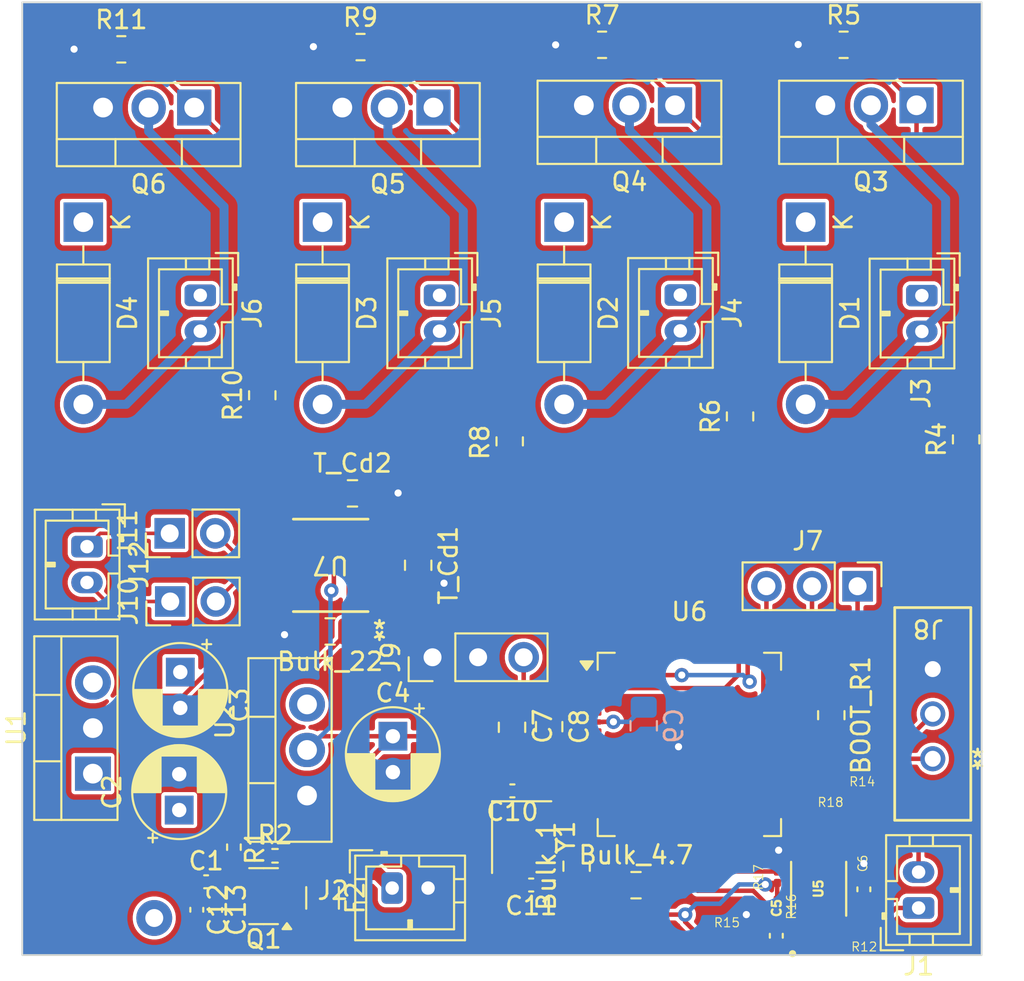
<source format=kicad_pcb>
(kicad_pcb (version 20241229) (generator "pcbnew") (generator_version "9.0")
  (layers (0 "F.Cu" signal) (4 "In1.Cu" signal) (6 "In2.Cu" signal) (2 "B.Cu" signal) (13 "F.Paste" user) (15 "B.Paste" user) (5 "F.SilkS" user "F.Silkscreen") (7 "B.SilkS" user "B.Silkscreen") (1 "F.Mask" user) (3 "B.Mask" user) (25 "Edge.Cuts" user))
  (net 0 "")
  (net 1 "GND")
  (net 2 "SLN1-")
  (net 3 "SLN2-")
  (net 4 "SLN3-")
  (net 5 "SLN4-")
  (net 6 "Net-(J8-Pin_2)")
  (net 7 "SDA")
  (net 8 "SCL")
  (net 9 "Net-(Q3-G)")
  (net 10 "Net-(Q4-G)")
  (net 11 "Net-(Q5-G)")
  (net 12 "Net-(Q6-G)")
  (net 13 "12V")
  (net 14 "S1CTRL")
  (net 15 "S2CTRL")
  (net 16 "S3CTRL")
  (net 17 "S4CTRL")
  (net 18 "RCC_OSC_IN")
  (net 21 "RCC_OSC_OUT")
  (net 26 "SCL_ext")
  (net 27 "SDA_ext")
  (net 28 "Net-(U5-EN)")
  (net 29 "Net-(U5-READY)")
  (net 30 "/SWCLK")
  (net 31 "VBAT")
  (net 32 "+12V_fuse")
  (net 33 "/SWDIO")
  (net 34 "/NRST")
  (net 53 "FDCAN_TX")
  (net 62 "USART1+")
  (net 64 "FDCAN_RX")
  (net 77 "USART1-")
  (net 78 "5V")
  (net 79 "CAN+")
  (net 80 "CAN-")
  (net 81 "3.3V")
  (net 82 "Net-(Q1-G)")
  (net 83 "Net-(Q1-S)")
  (footprint "Capacitor_SMD:C_0805_2012Metric_Pad1.18x1.45mm_HandSolder" (layer "F.Cu") (at 176.18 89.53 90)
    (property "Reference" "Bulk_1")
    (property "Value" "1uF")
  )
  (footprint "Crystal:Crystal_SMD_3225-4Pin_3.2x2.5mm" (layer "F.Cu") (at 173.1175 87.91 -90)
    (property "Reference" "Y1")
    (property "Value" "16Mhz")
  )
  (footprint "Connector_PinHeader_2.54mm:PinHeader_1x02_P2.54mm_Vertical" (layer "F.Cu") (at 153.5 70.97 90)
    (property "Reference" "J11")
    (property "Value" "Conn_01x02")
  )
  (footprint "Capacitor_SMD:C_0402_1005Metric" (layer "F.Cu") (at 156.06 91.97 -90)
    (property "Reference" "C13")
    (property "Value" "4.7u")
  )
  (footprint "Package_QFP:LQFP-64_10x10mm_P0.5mm" (layer "F.Cu") (at 182.465 82.74)
    (property "Reference" "U6")
    (property "Value" "STM32G0B1RETx")
  )
  (footprint "Connector_JST:JST_PH_B2B-PH-K_1x02_P2.00mm_Vertical" (layer "F.Cu") (at 155.205 57.696 -90)
    (property "Reference" "J6")
    (property "Value" "2X1")
  )
  (footprint "Package_TO_SOT_THT:TO-220-3_Vertical" (layer "F.Cu") (at 149.22 84.37 90)
    (property "Reference" "U1")
    (property "Value" "L7805")
  )
  (footprint "Package_TO_SOT_THT:TO-220-3_Vertical" (layer "F.Cu") (at 154.867 47.226 180)
    (property "Reference" "Q6")
    (property "Value" "FQP30N06L")
  )
  (footprint "Capacitor_SMD:C_0201_0603Metric" (layer "F.Cu") (at 187.36 91.725 90)
    (property "Reference" "R16")
    (property "Value" "10k")
  )
  (footprint "Connector_JST:JST_PH_B2B-PH-K_1x02_P2.00mm_Vertical" (layer "F.Cu") (at 195.422 57.712 -90)
    (property "Reference" "J3")
    (property "Value" "2X1")
  )
  (footprint "Resistor_SMD:R_0805_2012Metric_Pad1.20x1.40mm_HandSolder" (layer "F.Cu") (at 164.138 43.853)
    (property "Reference" "R9")
    (property "Value" "10k")
  )
  (footprint "Capacitor_SMD:C_0402_1005Metric" (layer "F.Cu") (at 155.53 90.4)
    (property "Reference" "C1")
    (property "Value" "4.7u")
  )
  (footprint "Diode_THT:D_DO-41_SOD81_P10.16mm_Horizontal" (layer "F.Cu") (at 148.686 53.616 -90)
    (property "Reference" "D4")
    (property "Value" "1N47xxA")
  )
  (footprint "Capacitor_SMD:C_0805_2012Metric_Pad1.18x1.45mm_HandSolder" (layer "F.Cu") (at 162.4413 76.44 180)
    (property "Reference" "Bulk_22")
    (property "Value" "22uF")
  )
  (footprint "Capacitor_SMD:C_0805_2012Metric_Pad1.18x1.45mm_HandSolder" (layer "F.Cu") (at 179.49 90.59)
    (property "Reference" "Bulk_4.7")
    (property "Value" "4.7uF")
  )
  (footprint "Capacitor_THT:CP_Radial_D5.0mm_P2.00mm" (layer "F.Cu") (at 165.94 82.284888 -90)
    (property "Reference" "C4")
    (property "Value" "10u")
  )
  (footprint "Diode_THT:D_DO-41_SOD81_P10.16mm_Horizontal" (layer "F.Cu") (at 175.483 53.616 -90)
    (property "Reference" "D2")
    (property "Value" "1N47xxA")
  )
  (footprint "Connector_JST:JST_PH_B2B-PH-K_1x02_P2.00mm_Vertical" (layer "F.Cu") (at 148.89 71.71 -90)
    (property "Reference" "J12")
    (property "Value" "2X1")
  )
  (footprint "Connector_JST:JST_PH_B2B-PH-K_1x02_P2.00mm_Vertical" (layer "F.Cu") (at 165.9 90.75)
    (property "Reference" "J2")
    (property "Value" "2X1")
  )
  (footprint "Resistor_SMD:R_0805_2012Metric_Pad1.20x1.40mm_HandSolder" (layer "F.Cu") (at 150.803 43.98)
    (property "Reference" "R11")
    (property "Value" "10k")
  )
  (footprint "Diode_THT:D_DO-41_SOD81_P10.16mm_Horizontal" (layer "F.Cu") (at 188.945 53.616 -90)
    (property "Reference" "D1")
    (property "Value" "1N47xxA")
  )
  (footprint "Capacitor_SMD:C_0201_0603Metric" (layer "F.Cu") (at 192.1 85.87)
    (property "Reference" "R14")
    (property "Value" "10k")
  )
  (footprint "Capacitor_SMD:C_0402_1005Metric" (layer "F.Cu") (at 187.31 93.41 -90)
    (property "Reference" "C5")
    (property "Value" "0.1u")
  )
  (footprint "Connector_PinHeader_2.54mm:PinHeader_1x03_P2.54mm_Vertical" (layer "F.Cu") (at 168.15 77.88 90)
    (property "Reference" "J9")
    (property "Value" "Conn_01x03_Pin")
  )
  (footprint "Resistor_SMD:R_0805_2012Metric_Pad1.20x1.40mm_HandSolder" (layer "F.Cu") (at 190.375 81.11 -90)
    (property "Reference" "BOOT_R1")
    (property "Value" "10k")
  )
  (footprint "Capacitor_SMD:C_0201_0603Metric" (layer "F.Cu") (at 190.335 87.02)
    (property "Reference" "R18")
    (property "Value" "10k")
  )
  (footprint "Capacitor_SMD:C_0805_2012Metric_Pad1.18x1.45mm_HandSolder" (layer "F.Cu") (at 167.35 72.75 -90)
    (property "Reference" "T_Cd1")
    (property "Value" "100nF")
  )
  (footprint "Resistor_SMD:R_0805_2012Metric_Pad1.20x1.40mm_HandSolder" (layer "F.Cu") (at 177.6 43.726)
    (property "Reference" "R7")
    (property "Value" "10k")
  )
  (footprint "Package_TO_SOT_THT:TO-220-3_Vertical" (layer "F.Cu") (at 195.126 47.099 180)
    (property "Reference" "Q3")
    (property "Value" "FQP30N06L")
  )
  (footprint "Capacitor_SMD:C_0201_0603Metric" (layer "F.Cu") (at 184.56 93.73)
    (property "Reference" "R15")
    (property "Value" "10k")
  )
  (footprint "Capacitor_SMD:C_0402_1005Metric" (layer "F.Cu") (at 192.19 90.82 -90)
    (property "Reference" "C6")
    (property "Value" "0.1u")
  )
  (footprint "Capacitor_SMD:C_0201_0603Metric" (layer "F.Cu") (at 187.37 90.145 90)
    (property "Reference" "R17")
    (property "Value" "10k")
  )
  (footprint "Connector_JST:JST_PH_B2B-PH-K_1x02_P2.00mm_Vertical" (layer "F.Cu") (at 195.24 91.86 90)
    (property "Reference" "J1")
    (property "Value" "2X1")
  )
  (footprint "Connector_PinHeader_2.54mm:PinHeader_1x03_P2.54mm_Vertical" (layer "F.Cu") (at 191.84 73.92 -90)
    (property "Reference" "J7")
    (property "Value" "Conn_01x03_Pin")
  )
  (footprint "Capacitor_SMD:C_0402_1005Metric_Pad0.74x0.62mm_HandSolder" (layer "F.Cu") (at 173.6475 90.58 180)
    (property "Reference" "C11")
    (property "Value" "10pF")
  )
  (footprint "Capacitor_SMD:C_0805_2012Metric_Pad1.18x1.45mm_HandSolder" (layer "F.Cu") (at 174.65 81.75 -90)
    (property "Reference" "C8")
    (property "Value" "100nF")
  )
  (footprint "Capacitor_SMD:C_0805_2012Metric_Pad1.18x1.45mm_HandSolder" (layer "F.Cu") (at 163.6875 68.74)
    (property "Reference" "T_Cd2")
    (property "Value" "100nF")
  )
  (footprint "Resistor_SMD:R_0805_2012Metric_Pad1.20x1.40mm_HandSolder" (layer "F.Cu") (at 197.89 65.73 90)
    (property "Reference" "R4")
    (property "Value" "330")
  )
  (footprint "Capacitor_THT:CP_Radial_D5.0mm_P2.00mm" (layer "F.Cu") (at 154.03 86.4 90)
    (property "Reference" "C2")
    (property "Value" "10u")
  )
  (footprint "Capacitor_SMD:C_0201_0603Metric" (layer "F.Cu") (at 192.25 93.27 180)
    (property "Reference" "R12")
    (property "Value" "10k")
  )
  (footprint "custom_components:SOIC8_4P9X3P9MC_MCH" (layer "F.Cu") (at 162.4738 72.755 180)
    (property "Reference" "U7")
    (property "Value" "ATA6561-GAQW-N")
  )
  (footprint "Connector_PinHeader_2.54mm:PinHeader_1x02_P2.54mm_Vertical" (layer "F.Cu") (at 153.53 74.77 90)
    (property "Reference" "J10")
    (property "Value" "Conn_01x02")
  )
  (footprint "Package_TO_SOT_THT:TO-220-3_Vertical" (layer "F.Cu") (at 168.202 47.226 180)
    (property "Reference" "Q5")
    (property "Value" "FQP30N06L")
  )
  (footprint "Diode_THT:D_DO-41_SOD81_P10.16mm_Horizontal" (layer "F.Cu") (at 162.021 53.616 -90)
    (property "Reference" "D3")
    (property "Value" "1N47xxA")
  )
  (footprint "Fuse:Fuse_1206_3216Metric" (layer "F.Cu") (at 162.02 91.3 -90)
    (property "Reference" "F2")
    (property "Value" "10A")
  )
  (footprint "Package_TO_SOT_SMD:SOT-23-3" (layer "F.Cu") (at 158.7325 91.2 180)
    (property "Reference" "Q1")
    (property "Value" "NTR0202PLT1G")
  )
  (footprint "Resistor_SMD:R_0402_1005Metric" (layer "F.Cu") (at 159.37 88.95)
    (property "Reference" "R2")
    (property "Value" "100")
  )
  (footprint "Connector_JST:JST_PH_B2B-PH-K_1x02_P2.00mm_Vertical" (layer "F.Cu") (at 181.96 57.68 -90)
    (property "Reference" "J4")
    (property "Value" "2X1")
  )
  (footprint "Resistor_SMD:R_0805_2012Metric_Pad1.20x1.40mm_HandSolder" (layer "F.Cu") (at 172.45 65.84 90)
    (property "Reference" "R8")
    (property "Value" "330")
  )
  (footprint "Resistor_SMD:R_0805_2012Metric_Pad1.20x1.40mm_HandSolder" (layer "F.Cu") (at 158.66 63.27 90)
    (property "Reference" "R10")
    (property "Value" "330")
  )
  (footprint "Capacitor_SMD:C_0402_1005Metric_Pad0.74x0.62mm_HandSolder" (layer "F.Cu") (at 172.6 85.33 180)
    (property "Reference" "C10")
    (property "Value" "10pF")
  )
  (footprint "TCA4307:SOP65P490X110-8N" (layer "F.Cu") (at 189.67 90.79 90)
    (property "Reference" "U5")
    (property "Value" "TCA4307")
  )
  (footprint "Capacitor_SMD:C_0805_2012Metric_Pad1.18x1.45mm_HandSolder" (layer "F.Cu") (at 172.58 81.785 -90)
    (property "Reference" "C7")
    (property "Value" "100nF")
  )
  (footprint "Connector_JST:JST_PH_B2B-PH-K_1x02_P2.00mm_Vertical" (layer "F.Cu") (at 168.54 57.696 -90)
    (property "Reference" "J5")
    (property "Value" "2X1")
  )
  (footprint "Resistor_SMD:R_0402_1005Metric" (layer "F.Cu") (at 157.08 88.47 -90)
    (property "Reference" "R1")
    (property "Value" "47k")
  )
  (footprint "Capacitor_THT:CP_Radial_D5.0mm_P2.00mm" (layer "F.Cu") (at 154.09 78.704888 -90)
    (property "Reference" "C3")
    (property "Value" "10u")
  )
  (footprint "Resistor_SMD:R_0805_2012Metric_Pad1.20x1.40mm_HandSolder" (layer "F.Cu") (at 191.062 43.726)
    (property "Reference" "R5")
    (property "Value" "10k")
  )
  (footprint "Package_TO_SOT_THT:TO-220-3_Vertical" (layer "F.Cu") (at 181.664 47.099 180)
    (property "Reference" "Q4")
    (property "Value" "FQP30N06L")
  )
  (footprint "Capacitor_SMD:C_0402_1005Metric" (layer "F.Cu") (at 155.01 91.96 -90)
    (property "Reference" "C12")
    (property "Value" "4.7u")
  )
  (footprint "custom_components:slide_switch_EGER1218_Thruster" (layer "F.Cu") (at 196.03 83.54 180)
    (property "Reference" "J8")
    (property "Value" "Conn_01x03")
  )
  (footprint "Resistor_SMD:R_0805_2012Metric_Pad1.20x1.40mm_HandSolder" (layer "F.Cu") (at 185.29 64.45 90)
    (property "Reference" "R6")
    (property "Value" "330")
  )
  (footprint "Package_TO_SOT_THT:TO-220-3_Vertical" (layer "F.Cu") (at 161.155 85.59 90)
    (property "Reference" "U2")
    (property "Value" "LD1117V33")
  )
  (footprint "Capacitor_SMD:C_0805_2012Metric_Pad1.18x1.45mm_HandSolder" (layer "B.Cu") (at 179.92 81.7 90)
    (property "Reference" "C9")
    (property "Value" "100nF")
  )
  (gr_rect (start 145.283113 41.359887) (end 198.750113 94.484887) (stroke (width 0.1)) (fill no) (layer "Edge.Cuts"))
  (segment (start 165.94 84.284888) (end 170.377388 84.284888) (width 0.25) (layer "F.Cu") (net 1))
  (segment (start 186.61 92.23) (end 185.64 92.23) (width 0.25) (layer "F.Cu") (net 1))
  (segment (start 174.615 82.8225) (end 174.65 82.7875) (width 0.25) (layer "F.Cu") (net 1))
  (segment (start 176.6 43.726) (end 176.584 43.742) (width 0.25) (layer "F.Cu") (net 1))
  (segment (start 165.94 84.284888) (end 170.665112 89.01) (width 0.25) (layer "F.Cu") (net 1))
  (segment (start 160.01 75.0462) (end 161.4038 76.44) (width 0.25) (layer "F.Cu") (net 1))
  (segment (start 168.7525 73.7875) (end 168.79 73.75) (width 0.25) (layer "F.Cu") (net 1))
  (segment (start 173.716 91.216) (end 173.08 90.58) (width 0.25) (layer "F.Cu") (net 1))
  (segment (start 172.2675 88.2225) (end 174.1 86.39) (width 0.25) (layer "F.Cu") (net 1))
  (segment (start 190.046 43.742) (end 190.046 47.099) (width 0.25) (layer "F.Cu") (net 1))
  (segment (start 176.18 90.5675) (end 175.5315 91.216) (width 0.25) (layer "F.Cu") (net 1))
  (segment (start 170.665112 89.01) (end 172.2675 89.01) (width 0.25) (layer "F.Cu") (net 1))
  (segment (start 192.19 89.38) (end 192.19 90.34) (width 0.25) (layer "F.Cu") (net 1))
  (segment (start 172.2675 89.01) (end 172.2675 88.2225) (width 0.25) (layer "F.Cu") (net 1))
  (segment (start 188.546 43.726) (end 188.53 43.71) (width 0.25) (layer "F.Cu") (net 1))
  (segment (start 163.138 43.853) (end 163.122 43.869) (width 0.25) (layer "F.Cu") (net 1))
  (segment (start 172.2675 89.7675) (end 172.2675 89.01) (width 0.25) (layer "F.Cu") (net 1))
  (segment (start 163.138 43.853) (end 161.533 43.853) (width 0.25) (layer "F.Cu") (net 1))
  (segment (start 174.65 82.7875) (end 174.8525 82.99) (width 0.25) (layer "F.Cu") (net 1))
  (segment (start 161.4038 76.44) (end 160.08 76.44) (width 0.25) (layer "F.Cu") (net 1))
  (segment (start 166.21 68.74) (end 166.23 68.72) (width 0.25) (layer "F.Cu") (net 1))
  (segment (start 160.01 74.66) (end 160.01 75.0462) (width 0.25) (layer "F.Cu") (net 1))
  (segment (start 176.6 43.726) (end 175.014 43.726) (width 0.25) (layer "F.Cu") (net 1))
  (segment (start 149.787 43.996) (end 149.787 47.226) (width 0.25) (layer "F.Cu") (net 1))
  (segment (start 174.8525 82.99) (end 176.79 82.99) (width 0.25) (layer "F.Cu") (net 1))
  (segment (start 149.803 43.98) (end 148.18 43.98) (width 0.25) (layer "F.Cu") (net 1))
  (segment (start 175.5315 91.216) (end 173.716 91.216) (width 0.25) (layer "F.Cu") (net 1))
  (segment (start 166.9525 73.39) (end 167.35 73.7875) (width 0.25) (layer "F.Cu") (net 1))
  (segment (start 190.062 43.726) (end 188.546 43.726) (width 0.25) (layer "F.Cu") (net 1))
  (segment (start 165.94 84.284888) (end 171.117612 84.284888) (width 0.25) (layer "F.Cu") (net 1))
  (segment (start 174.45 82.9875) (end 174.65 82.7875) (width 0.25) (layer "F.Cu") (net 1))
  (segment (start 161.533 43.853) (end 161.51 43.83) (width 0.25) (layer "F.Cu") (net 1))
  (segment (start 167.35 73.7875) (end 168.7525 73.7875) (width 0.25) (layer "F.Cu") (net 1))
  (segment (start 172.58 82.8225) (end 174.615 82.8225) (width 0.25) (layer "F.Cu") (net 1))
  (segment (start 163.122 43.869) (end 163.122 47.226) (width 0.25) (layer "F.Cu") (net 1))
  (segment (start 187.44 88.64) (end 188.695 88.64) (width 0.25) (layer "F.Cu") (net 1))
  (segment (start 171.117612 84.284888) (end 172.58 82.8225) (width 0.25) (layer "F.Cu") (net 1))
  (segment (start 187.31 92.93) (end 186.61 92.23) (width 0.25) (layer "F.Cu") (net 1))
  (segment (start 175.014 43.726) (end 175.01 43.73) (width 0.25) (layer "F.Cu") (net 1))
  (segment (start 190.062 43.726) (end 190.046 43.742) (width 0.25) (layer "F.Cu") (net 1))
  (segment (start 149.803 43.98) (end 149.787 43.996) (width 0.25) (layer "F.Cu") (net 1))
  (segment (start 173.08 90.58) (end 172.2675 89.7675) (width 0.25) (layer "F.Cu") (net 1))
  (segment (start 164.9376 73.39) (end 166.9525 73.39) (width 0.25) (layer "F.Cu") (net 1))
  (segment (start 160.08 76.44) (end 159.9 76.62) (width 0.25) (layer "F.Cu") (net 1))
  (segment (start 148.18 43.98) (end 148.17 43.97) (width 0.25) (layer "F.Cu") (net 1))
  (segment (start 164.725 68.74) (end 166.21 68.74) (width 0.25) (layer "F.Cu") (net 1))
  (segment (start 176.584 43.742) (end 176.584 47.099) (width 0.25) (layer "F.Cu") (net 1))
  (via (at 192.19 89.38) (size 0.8) (drill 0.4) (layers "F.Cu" "B.Cu") (net 1))
  (via (at 185.64 92.23) (size 0.8) (drill 0.4) (layers "F.Cu" "B.Cu") (net 1))
  (via (at 188.53 43.71) (size 0.8) (drill 0.4) (layers "F.Cu" "B.Cu") (net 1))
  (via (at 175.01 43.73) (size 0.8) (drill 0.4) (layers "F.Cu" "B.Cu") (net 1))
  (via (at 168.79 73.75) (size 0.8) (drill 0.4) (layers "F.Cu" "B.Cu") (net 1))
  (via (at 159.9 76.62) (size 0.8) (drill 0.4) (layers "F.Cu" "B.Cu") (net 1))
  (via (at 187.44 88.64) (size 0.8) (drill 0.4) (layers "F.Cu" "B.Cu") (net 1))
  (via (at 166.23 68.72) (size 0.8) (drill 0.4) (layers "F.Cu" "B.Cu") (net 1))
  (via (at 161.51 43.83) (size 0.8) (drill 0.4) (layers "F.Cu" "B.Cu") (net 1))
  (via (at 181.86 82.87) (size 0.8) (drill 0.4) (layers "F.Cu" "B.Cu") (net 1))
  (via (at 148.17 43.97) (size 0.8) (drill 0.4) (layers "F.Cu" "B.Cu") (net 1))
  (segment (start 180.0525 82.87) (end 179.92 82.7375) (width 0.25) (layer "B.Cu") (net 1))
  (segment (start 163.952113 84.920887) (end 163.825113 84.793887) (width 0.25) (layer "B.Cu") (net 1))
  (segment (start 179.6975 82.96) (end 179.92 82.7375) (width 0.25) (layer "B.Cu") (net 1))
  (segment (start 181.86 82.87) (end 180.0525 82.87) (width 0.25) (layer "B.Cu") (net 1))
  (segment (start 163.825113 84.793887) (end 163.825113 84.793887) (width 0.25) (layer "B.Cu") (net 1))
  (segment (start 195.422 59.712) (end 195.396 59.712) (width 0.5) (layer "F.Cu") (net 2))
  (segment (start 192.586 47.099) (end 192.586 48.171) (width 0.5) (layer "F.Cu") (net 2))
  (segment (start 191.332 63.776) (end 188.945 63.776) (width 0.5) (layer "B.Cu") (net 2))
  (segment (start 196.747 52.332) (end 196.747 58.387) (width 0.5) (layer "B.Cu") (net 2))
  (segment (start 195.396 59.712) (end 191.332 63.776) (width 0.5) (layer "B.Cu") (net 2))
  (segment (start 192.586 48.171) (end 196.747 52.332) (width 0.5) (layer "B.Cu") (net 2))
  (segment (start 196.747 58.387) (end 195.422 59.712) (width 0.5) (layer "B.Cu") (net 2))
  (segment (start 181.96 59.68) (end 181.96 59.686) (width 0.5) (layer "F.Cu") (net 3))
  (segment (start 183.442 58.198) (end 181.96 59.68) (width 0.5) (layer "B.Cu") (net 3))
  (segment (start 177.87 63.776) (end 175.483 63.776) (width 0.5) (layer "B.Cu") (net 3))
  (segment (start 183.442 52.822) (end 183.442 58.198) (width 0.5) (layer "B.Cu") (net 3))
  (segment (start 179.124 48.504) (end 183.442 52.822) (width 0.5) (layer "B.Cu") (net 3))
  (segment (start 181.96 59.686) (end 177.87 63.776) (width 0.5) (layer "B.Cu") (net 3))
  (segment (start 182.393113 59.520887) (end 182.409113 59.504887) (width 0.5) (layer "B.Cu") (net 3))
  (segment (start 179.124 47.099) (end 179.124 48.504) (width 0.5) (layer "B.Cu") (net 3))
  (segment (start 182.409113 59.504887) (end 182.441113 59.536887) (width 0.5) (layer "B.Cu") (net 3))
  (segment (start 168.54 59.696) (end 168.488 59.696) (width 0.5) (layer "F.Cu") (net 4))
  (segment (start 169.865 53.009) (end 169.865 58.371) (width 0.5) (layer "B.Cu") (net 4))
  (segment (start 169.865 58.371) (end 168.54 59.696) (width 0.5) (layer "B.Cu") (net 4))
  (segment (start 164.408 63.776) (end 162.021 63.776) (width 0.5) (layer "B.Cu") (net 4))
  (segment (start 165.662 47.226) (end 165.662 48.806) (width 0.5) (layer "B.Cu") (net 4))
  (segment (start 168.488 59.696) (end 164.408 63.776) (width 0.5) (layer "B.Cu") (net 4))
  (segment (start 165.662 48.806) (end 169.865 53.009) (width 0.5) (layer "B.Cu") (net 4))
  (segment (start 155.205 59.696) (end 155.153 59.696) (width 0.5) (layer "F.Cu") (net 5))
  (segment (start 151.073 63.776) (end 148.686 63.776) (width 0.5) (layer "B.Cu") (net 5))
  (segment (start 156.53 52.755) (end 156.53 58.371) (width 0.5) (layer "B.Cu") (net 5))
  (segment (start 152.327 47.226) (end 152.327 48.552) (width 0.5) (layer "B.Cu") (net 5))
  (segment (start 156.53 58.371) (end 155.205 59.696) (width 0.5) (layer "B.Cu") (net 5))
  (segment (start 152.327 48.552) (end 156.53 52.755) (width 0.5) (layer "B.Cu") (net 5))
  (segment (start 155.153 59.696) (end 151.073 63.776) (width 0.5) (layer "B.Cu") (net 5))
  (segment (start 190.375 82.11) (end 194.96 82.11) (width 0.25) (layer "F.Cu") (net 6))
  (segment (start 194.96 82.11) (end 196.03 81.04) (width 0.25) (layer "F.Cu") (net 6))
  (segment (start 187.555226 92.045) (end 187.36 92.045) (width 0.25) (layer "F.Cu") (net 7))
  (segment (start 186.019774 90.9) (end 182.92219 90.9) (width 0.25) (layer "F.Cu") (net 7))
  (segment (start 187.164774 92.045) (end 186.019774 90.9) (width 0.25) (layer "F.Cu") (net 7))
  (segment (start 189.345 92.16736) (end 188.96764 91.79) (width 0.25) (layer "F.Cu") (net 7))
  (segment (start 182.92219 90.9) (end 181.715 89.69281) (width 0.25) (layer "F.Cu") (net 7))
  (segment (start 181.715 89.69281) (end 181.715 88.415) (width 0.25) (layer "F.Cu") (net 7))
  (segment (start 188.96764 91.79) (end 187.810226 91.79) (width 0.25) (layer "F.Cu") (net 7))
  (segment (start 187.810226 91.79) (end 187.555226 92.045) (width 0.25) (layer "F.Cu") (net 7))
  (segment (start 189.345 92.94) (end 189.345 92.16736) (width 0.25) (layer "F.Cu") (net 7))
  (segment (start 187.36 92.045) (end 187.164774 92.045) (width 0.25) (layer "F.Cu") (net 7))
  (segment (start 182.65 89.825) (end 182.215 89.39) (width 0.25) (layer "F.Cu") (net 8))
  (segment (start 182.215 89.39) (end 182.215 88.415) (width 0.25) (layer "F.Cu") (net 8))
  (segment (start 189.345 88.64) (end 189.345 89.41264) (width 0.25) (layer "F.Cu") (net 8))
  (segment (start 187.37 89.825) (end 182.65 89.825) (width 0.25) (layer "F.Cu") (net 8))
  (segment (start 188.93264 89.825) (end 187.37 89.825) (width 0.25) (layer "F.Cu") (net 8))
  (segment (start 189.345 89.41264) (end 188.93264 89.825) (width 0.25) (layer "F.Cu") (net 8))
  (segment (start 192.062 44.035) (end 195.126 47.099) (width 0.25) (layer "F.Cu") (net 9))
  (segment (start 197.89 63.61) (end 197.9 63.6) (width 0.25) (layer "F.Cu") (net 9))
  (segment (start 197.9 51.5) (end 195.126 48.726) (width 0.25) (layer "F.Cu") (net 9))
  (segment (start 197.89 64.73) (end 197.89 63.61) (width 0.25) (layer "F.Cu") (net 9))
  (segment (start 197.9 63.6) (end 197.9 51.5) (width 0.25) (layer "F.Cu") (net 9))
  (segment (start 192.062 43.726) (end 192.062 44.035) (width 0.25) (layer "F.Cu") (net 9))
  (segment (start 195.126 48.726) (end 195.126 47.099) (width 0.25) (layer "F.Cu") (net 9))
  (segment (start 185.29 50.725) (end 185.29 63.45) (width 0.25) (layer "F.Cu") (net 10))
  (segment (start 178.6 43.726) (end 181.664 46.79) (width 0.25) (layer "F.Cu") (net 10))
  (segment (start 181.664 46.79) (end 181.664 47.099) (width 0.25) (layer "F.Cu") (net 10))
  (segment (start 181.664 47.099) (end 185.29 50.725) (width 0.25) (layer "F.Cu") (net 10))
  (segment (start 165.138 44.162) (end 168.202 47.226) (width 0.25) (layer "F.Cu") (net 11))
  (segment (start 172.45 51.474) (end 168.202 47.226) (width 0.25) (layer "F.Cu") (net 11))
  (segment (start 165.138 43.853) (end 165.138 44.162) (width 0.25) (layer "F.Cu") (net 11))
  (segment (start 172.45 64.84) (end 172.45 51.474) (width 0.25) (layer "F.Cu") (net 11))
  (segment (start 158.66 62.27) (end 158.66 51.019) (width 0.25) (layer "F.Cu") (net 12))
  (segment (start 151.803 43.98) (end 151.803 44.162) (width 0.25) (layer "F.Cu") (net 12))
  (segment (start 151.803 44.162) (end 154.867 47.226) (width 0.25) (layer "F.Cu") (net 12))
  (segment (start 158.66 51.019) (end 154.867 47.226) (width 0.25) (layer "F.Cu") (net 12))
  (via (at 152.64 92.42) (size 2) (drill 1) (layers "F.Cu" "B.Cu") (net 13))
  (segment (start 184.715 71.535) (end 189.58 66.67) (width 0.25) (layer "F.Cu") (net 14))
  (segment (start 189.58 66.67) (end 194.01 66.73) (width 0.25) (layer "F.Cu") (net 14))
  (segment (start 194.01 66.73) (end 197.89 66.73) (width 0.25) (layer "F.Cu") (net 14))
  (segment (start 184.715 77.065) (end 184.715 71.535) (width 0.25) (layer "F.Cu") (net 14))
  (segment (start 183.715 77.065) (end 183.715 67.025) (width 0.25) (layer "F.Cu") (net 15))
  (segment (start 183.715 67.025) (end 185.29 65.45) (width 0.25) (layer "F.Cu") (net 15))
  (segment (start 172.45 66.84) (end 180.215 74.605) (width 0.25) (layer "F.Cu") (net 16))
  (segment (start 180.215 74.605) (end 180.215 77.065) (width 0.25) (layer "F.Cu") (net 16))
  (segment (start 158.66 64.27) (end 160.72 66.33) (width 0.25) (layer "F.Cu") (net 17))
  (segment (start 168.02 66.33) (end 178.739 77.049) (width 0.25) (layer "F.Cu") (net 17))
  (segment (start 178.739 77.049) (end 178.739 77.2) (width 0.25) (layer "F.Cu") (net 17))
  (segment (start 160.72 66.33) (end 160.85 66.33) (width 0.25) (layer "F.Cu") (net 17))
  (segment (start 160.85 66.33) (end 168.02 66.33) (width 0.25) (layer "F.Cu") (net 17))
  (segment (start 174.7 85.33) (end 173.1675 85.33) (width 0.25) (layer "F.Cu") (net 18))
  (segment (start 174.94 85.09) (end 174.7 85.33) (width 0.25) (layer "F.Cu") (net 18))
  (segment (start 172.2675 86.81) (end 172.2675 86.23) (width 0.25) (layer "F.Cu") (net 18))
  (segment (start 172.2675 86.23) (end 173.1675 85.33) (width 0.25) (layer "F.Cu") (net 18))
  (segment (start 174.94 84.358012) (end 174.94 85.09) (width 0.25) (layer "F.Cu") (net 18))
  (segment (start 176.79 83.49) (end 175.808012 83.49) (width 0.25) (layer "F.Cu") (net 18))
  (segment (start 175.808012 83.49) (end 174.94 84.358012) (width 0.25) (layer "F.Cu") (net 18))
  (segment (start 175.11 90.14) (end 174.67 90.58) (width 0.25) (layer "F.Cu") (net 21))
  (segment (start 175.12 90.14) (end 175.11 90.14) (width 0.25) (layer "F.Cu") (net 21))
  (segment (start 174.215 90.58) (end 174.215 90.425) (width 0.25) (layer "F.Cu") (net 21))
  (segment (start 175.945822 83.99) (end 175.51 84.425822) (width 0.25) (layer "F.Cu") (net 21))
  (segment (start 174.215 90.58) (end 174.215 89.2575) (width 0.25) (layer "F.Cu") (net 21))
  (segment (start 174.215 89.2575) (end 173.9675 89.01) (width 0.25) (layer "F.Cu") (net 21))
  (segment (start 175.12 87.71) (end 175.12 90.14) (width 0.25) (layer "F.Cu") (net 21))
  (segment (start 175.51 84.425822) (end 175.51 87.32) (width 0.25) (layer "F.Cu") (net 21))
  (segment (start 176.79 83.99) (end 175.945822 83.99) (width 0.25) (layer "F.Cu") (net 21))
  (segment (start 174.67 90.58) (end 174.215 90.58) (width 0.25) (layer "F.Cu") (net 21))
  (segment (start 175.51 87.32) (end 175.12 87.71) (width 0.25) (layer "F.Cu") (net 21))
  (segment (start 192.42 88.005001) (end 192.42 85.87) (width 0.25) (layer "F.Cu") (net 26))
  (segment (start 195.24 88.69) (end 192.42 85.87) (width 0.25) (layer "F.Cu") (net 26))
  (segment (start 190.98764 89.72) (end 190.30236 89.72) (width 0.25) (layer "F.Cu") (net 26))
  (segment (start 190.30236 89.72) (end 189.995 89.41264) (width 0.25) (layer "F.Cu") (net 26))
  (segment (start 191.211 89.214001) (end 191.211 89.49664) (width 0.25) (layer "F.Cu") (net 26))
  (segment (start 191.211 89.214001) (end 192.42 88.005001) (width 0.25) (layer "F.Cu") (net 26))
  (segment (start 191.211 89.49664) (end 190.98764 89.72) (width 0.25) (layer "F.Cu") (net 26))
  (segment (start 189.995 89.41264) (end 189.995 88.64) (width 0.25) (layer "F.Cu") (net 26))
  (segment (start 195.24 89.86) (end 195.24 88.69) (width 0.25) (layer "F.Cu") (net 26))
  (segment (start 189.995 88.64) (end 189.995 87.86736) (width 0.25) (layer "F.Cu") (net 26))
  (segment (start 194.97 91.91) (end 195.03 91.85) (width 0.25) (layer "F.Cu") (net 27))
  (segment (start 193.98 91.86) (end 192.57 93.27) (width 0.25) (layer "F.Cu") (net 27))
  (segment (start 192.038999 94.001) (end 190.28336 94.001) (width 0.25) (layer "F.Cu") (net 27))
  (segment (start 195.24 91.86) (end 193.98 91.86) (width 0.25) (layer "F.Cu") (net 27))
  (segment (start 192.57 93.469999) (end 192.038999 94.001) (width 0.25) (layer "F.Cu") (net 27))
  (segment (start 192.57 93.27) (end 192.57 93.469999) (width 0.25) (layer "F.Cu") (net 27))
  (segment (start 190.28336 94.001) (end 189.995 93.71264) (width 0.25) (layer "F.Cu") (net 27))
  (segment (start 189.995 93.71264) (end 189.995 92.94) (width 0.25) (layer "F.Cu") (net 27))
  (segment (start 187.31 93.89) (end 186.03 93.89) (width 0.25) (layer "F.Cu") (net 28))
  (segment (start 187.31 93.89) (end 187.745 93.89) (width 0.25) (layer "F.Cu") (net 28))
  (segment (start 187.745 93.89) (end 188.695 92.94) (width 0.25) (layer "F.Cu") (net 28))
  (segment (start 186.03 93.89) (end 185.87 93.73) (width 0.25) (layer "F.Cu") (net 28))
  (segment (start 185.87 93.73) (end 184.88 93.73) (width 0.25) (layer "F.Cu") (net 28))
  (segment (start 190.655 88.63) (end 190.645 88.64) (width 0.25) (layer "F.Cu") (net 29))
  (segment (start 190.655 87.02) (end 190.655 88.63) (width 0.25) (layer "F.Cu") (net 29))
  (segment (start 191.84 73.92) (end 191.84 78.645) (width 0.25) (layer "F.Cu") (net 30))
  (segment (start 190.255 79.99) (end 188.14 79.99) (width 0.25) (layer "F.Cu") (net 30))
  (segment (start 190.375 80.11) (end 190.255 79.99) (width 0.25) (layer "F.Cu") (net 30))
  (segment (start 191.84 78.645) (end 190.375 80.11) (width 0.25) (layer "F.Cu") (net 30))
  (segment (start 178.23 81.48) (end 177.644178 81.48) (width 0.25) (layer "F.Cu") (net 31))
  (segment (start 177.634178 81.49) (end 176.79 81.49) (width 0.25) (layer "F.Cu") (net 31))
  (segment (start 177.644178 81.48) (end 177.634178 81.49) (width 0.25) (layer "F.Cu") (net 31))
  (via (at 178.23 81.48) (size 0.8) (drill 0.4) (layers "F.Cu" "B.Cu") (net 31))
  (segment (start 179.945 80.34) (end 179.95 80.335) (width 0.25) (layer "B.Cu") (net 31))
  (segment (start 179.1025 81.48) (end 179.92 80.6625) (width 0.25) (layer "B.Cu") (net 31))
  (segment (start 178.23 81.48) (end 179.1025 81.48) (width 0.25) (layer "B.Cu") (net 31))
  (segment (start 165.9 90.75) (end 165.08 89.93) (width 0.75) (layer "F.Cu") (net 32))
  (segment (start 165.08 89.93) (end 162.14 89.93) (width 0.75) (layer "F.Cu") (net 32))
  (segment (start 187.039 78.291) (end 187.039 80.233178) (width 0.25) (layer "F.Cu") (net 33))
  (segment (start 189.3 73.92) (end 189.3 76.03) (width 0.25) (layer "F.Cu") (net 33))
  (segment (start 189.3 76.03) (end 187.039 78.291) (width 0.25) (layer "F.Cu") (net 33))
  (segment (start 187.039 80.233178) (end 187.295822 80.49) (width 0.25) (layer "F.Cu") (net 33))
  (segment (start 187.295822 80.49) (end 188.14 80.49) (width 0.25) (layer "F.Cu") (net 33))
  (segment (start 186.588 78.10419) (end 186.588 78.47781) (width 0.25) (layer "F.Cu") (net 34))
  (segment (start 186.588 80.046368) (end 186.588 80.352) (width 0.25) (layer "F.Cu") (net 34))
  (segment (start 186.76 73.92) (end 186.76 77.93219) (width 0.25) (layer "F.Cu") (net 34))
  (segment (start 182.45 84.49) (end 176.79 84.49) (width 0.25) (layer "F.Cu") (net 34))
  (segment (start 186.76 77.93219) (end 186.588 78.10419) (width 0.25) (layer "F.Cu") (net 34))
  (segment (start 186.588 80.352) (end 182.45 84.49) (width 0.25) (layer "F.Cu") (net 34))
  (segment (start 186.588 78.47781) (end 186.588 80.046368) (width 0.25) (layer "F.Cu") (net 34))
  (segment (start 164.9376 74.66) (end 166.4876 76.21) (width 0.25) (layer "F.Cu") (net 53))
  (segment (start 166.4876 76.21) (end 175.36 76.21) (width 0.25) (layer "F.Cu") (net 53))
  (segment (start 185.215 78.845) (end 185.215 77.065) (width 0.25) (layer "F.Cu") (net 53))
  (segment (start 178.75 79.6) (end 184.46 79.6) (width 0.25) (layer "F.Cu") (net 53))
  (segment (start 184.46 79.6) (end 185.215 78.845) (width 0.25) (layer "F.Cu") (net 53))
  (segment (start 175.36 76.21) (end 178.75 79.6) (width 0.25) (layer "F.Cu") (net 53))
  (segment (start 165.2776 70.51) (end 164.9376 70.85) (width 0.25) (layer "F.Cu") (net 64))
  (segment (start 164.9376 70.85) (end 165.54 70.85) (width 0.25) (layer "F.Cu") (net 64))
  (segment (start 185.715 79.132245) (end 185.715 77.065) (width 0.25) (layer "F.Cu") (net 64))
  (segment (start 170.75 70.51) (end 165.2776 70.51) (width 0.25) (layer "F.Cu") (net 64))
  (segment (start 179.115 78.875) (end 170.75 70.51) (width 0.25) (layer "F.Cu") (net 64))
  (segment (start 182.04 78.875) (end 179.115 78.875) (width 0.25) (layer "F.Cu") (net 64))
  (segment (start 185.822872 79.240117) (end 185.715 79.132245) (width 0.25) (layer "F.Cu") (net 64))
  (via (at 185.822872 79.240117) (size 0.8) (drill 0.4) (layers "F.Cu" "B.Cu") (net 64))
  (via (at 182.04 78.875) (size 0.8) (drill 0.4) (layers "F.Cu" "B.Cu") (net 64))
  (segment (start 185.457755 78.875) (end 185.822872 79.240117) (width 0.25) (layer "B.Cu") (net 64))
  (segment (start 182.04 78.875) (end 185.457755 78.875) (width 0.25) (layer "B.Cu") (net 64))
  (segment (start 167.35 71.7125) (end 165.3451 71.7125) (width 0.25) (layer "F.Cu") (net 78))
  (segment (start 163.4788 72.872801) (end 164.231601 72.12) (width 0.25) (layer "F.Cu") (net 78))
  (segment (start 163.4788 76.44) (end 163.4788 72.872801) (width 0.25) (layer "F.Cu") (net 78))
  (segment (start 154.26 80.03) (end 156 78.29) (width 0.25) (layer "F.Cu") (net 78))
  (segment (start 165.3451 71.7125) (end 164.9376 72.12) (width 0.25) (layer "F.Cu") (net 78))
  (segment (start 161.6288 78.29) (end 163.4788 76.44) (width 0.25) (layer "F.Cu") (net 78))
  (segment (start 154.26 80.03) (end 150.94 80.03) (width 0.25) (layer "F.Cu") (net 78))
  (segment (start 156 78.29) (end 161.6288 78.29) (width 0.25) (layer "F.Cu") (net 78))
  (segment (start 164.231601 72.12) (end 164.9376 72.12) (width 0.25) (layer "F.Cu") (net 78))
  (segment (start 150.94 80.03) (end 149.43 81.54) (width 0.25) (layer "F.Cu") (net 78))
  (segment (start 160.01 73.39) (end 157.45 73.39) (width 0.2) (layer "F.Cu") (net 79))
  (segment (start 149.95 74.77) (end 148.89 73.71) (width 0.2) (layer "F.Cu") (net 79))
  (segment (start 157.45 73.39) (end 156.07 74.77) (width 0.2) (layer "F.Cu") (net 79))
  (segment (start 153.53 74.77) (end 149.95 74.77) (width 0.2) (layer "F.Cu") (net 79))
  (segment (start 157.19 72.12) (end 156.04 70.97) (width 0.2) (layer "F.Cu") (net 80))
  (segment (start 153.5 70.97) (end 149.63 70.97) (width 0.2) (layer "F.Cu") (net 80))
  (segment (start 160.01 72.12) (end 157.19 72.12) (width 0.2) (layer "F.Cu") (net 80))
  (segment (start 149.63 70.97) (end 148.89 71.71) (width 0.2) (layer "F.Cu") (net 80))
  (segment (start 182.23 92.23) (end 182.23 92.63) (width 0.25) (layer "F.Cu") (net 81))
  (segment (start 187.37 90.465) (end 186.780078 90.465) (width 0.25) (layer "F.Cu") (net 81))
  (segment (start 178.239 87.546822) (end 178.765822 87.02) (width 0.25) (layer "F.Cu") (net 81))
  (segment (start 162.65 68.74) (end 162.12 68.74) (width 0.25) (layer "F.Cu") (net 81))
  (segment (start 189.81664 91.339) (end 190.645 92.16736) (width 0.25) (layer "F.Cu") (net 81))
  (segment (start 180.0925 92.23) (end 178.4525 90.59) (width 0.25) (layer "F.Cu") (net 81))
  (segment (start 193.910001 83.54) (end 196.03 83.54) (width 0.25) (layer "F.Cu") (net 81))
  (segment (start 174.65 80.7125) (end 175.9275 81.99) (width 0.25) (layer "F.Cu") (net 81))
  (segment (start 172.3625 80.53) (end 172.58 80.7475) (width 0.25) (layer "F.Cu") (net 81))
  (segment (start 176.79 81.99) (end 176.79 82.49) (width 0.25) (layer "F.Cu") (net 81))
  (segment (start 174.615 80.7475) (end 174.65 80.7125) (width 0.25) (layer "F.Cu") (net 81))
  (segment (start 190.015 86.820001) (end 190.965001 85.87) (width 0.25) (layer "F.Cu") (net 81))
  (segment (start 191.93 91.56) (end 192.19 91.3) (width 0.25) (layer "F.Cu") (net 81))
  (segment (start 191.78 85.87) (end 191.78 85.670001) (width 0.25) (layer "F.Cu") (net 81))
  (segment (start 165.94 82.284888) (end 171.042612 82.284888) (width 0.25) (layer "F.Cu") (net 81))
  (segment (start 182.23 92.23) (end 180.0925 92.23) (width 0.25) (layer "F.Cu") (net 81))
  (segment (start 162.65 74.02) (end 162.51 74.16) (width 0.25) (layer "F.Cu") (net 81))
  (segment (start 172.58 80.7475) (end 174.615 80.7475) (width 0.25) (layer "F.Cu") (net 81))
  (segment (start 178.43 90.5675) (end 178.4525 90.59) (width 0.25) (layer "F.Cu") (net 81))
  (segment (start 182.23 92.63) (end 183.33 93.73) (width 0.25) (layer "F.Cu") (net 81))
  (segment (start 183.33 93.73) (end 184.24 93.73) (width 0.25) (layer "F.Cu") (net 81))
  (segment (start 178.239 88.2) (end 178.239 87.546822) (width 0.25) (layer "F.Cu") (net 81))
  (segment (start 162.65 68.74) (end 162.65 74.02) (width 0.25) (layer "F.Cu") (net 81))
  (segment (start 177.9465 88.4925) (end 178.239 88.2) (width 0.25) (layer "F.Cu") (net 81))
  (segment (start 187.36 90.475) (end 187.37 90.465) (width 0.25) (layer "F.Cu") (net 81))
  (segment (start 191.6 92.94) (end 191.93 93.27) (width 0.25) (layer "F.Cu") (net 81))
  (segment (start 175.9275 81.99) (end 176.79 81.99) (width 0.25) (layer "F.Cu") (net 81))
  (segment (start 173.23 77.88) (end 173.23 80.0975) (width 0.25) (layer "F.Cu") (net 81))
  (segment (start 171.042612 82.284888) (end 172.58 80.7475) (width 0.25) (layer "F.Cu") (net 81))
  (segment (start 190.965001 85.87) (end 191.78 85.87) (width 0.25) (layer "F.Cu") (net 81))
  (segment (start 173.23 80.0975) (end 172.58 80.7475) (width 0.25) (layer "F.Cu") (net 81))
  (segment (start 164.53 83.694888) (end 165.94 82.284888) (width 0.25) (layer "F.Cu") (net 81))
  (segment (start 178.765822 87.02) (end 190.015 87.02) (width 0.25) (layer "F.Cu") (net 81))
  (segment (start 190.645 92.16736) (end 190.645 92.94) (width 0.25) (layer "F.Cu") (net 81))
  (segment (start 176.18 88.4925) (end 177.9465 88.4925) (width 0.25) (layer "F.Cu") (net 81))
  (segment (start 190.645 92.94) (end 191.6 92.94) (width 0.25) (layer "F.Cu") (net 81))
  (segment (start 191.78 85.670001) (end 193.910001 83.54) (width 0.25) (layer "F.Cu") (net 81))
  (segment (start 162.12 68.74) (end 160.01 70.85) (width 0.25) (layer "F.Cu") (net 81))
  (segment (start 176.4425 92.6) (end 172 92.6) (width 0.25) (layer "F.Cu") (net 81))
  (segment (start 187.36 91.405) (end 187.36 90.475) (width 0.25) (layer "F.Cu") (net 81))
  (segment (start 165.94 82.284888) (end 165.94 82.33) (width 0.25) (layer "F.Cu") (net 81))
  (segment (start 178.239 90.3765) (end 178.239 88.2) (width 0.25) (layer "F.Cu") (net 81))
  (segment (start 190.015 87.02) (end 190.015 86.820001) (width 0.25) (layer "F.Cu") (net 81))
  (segment (start 161.920112 82.284888) (end 161.155 83.05) (width 0.25) (layer "F.Cu") (net 81))
  (segment (start 172 92.6) (end 164.53 85.13) (width 0.25) (layer "F.Cu") (net 81))
  (segment (start 178.4525 90.59) (end 176.4425 92.6) (width 0.25) (layer "F.Cu") (net 81))
  (segment (start 191.93 93.27) (end 191.93 91.56) (width 0.25) (layer "F.Cu") (net 81))
  (segment (start 186.780078 90.465) (end 186.695078 90.55) (width 0.25) (layer "F.Cu") (net 81))
  (segment (start 178.4525 90.59) (end 178.239 90.3765) (width 0.25) (layer "F.Cu") (net 81))
  (segment (start 165.94 82.284888) (end 161.920112 82.284888) (width 0.25) (layer "F.Cu") (net 81))
  (segment (start 187.426 91.339) (end 189.81664 91.339) (width 0.25) (layer "F.Cu") (net 81))
  (segment (start 164.53 85.13) (end 164.53 83.694888) (width 0.25) (layer "F.Cu") (net 81))
  (via (at 162.51 74.16) (size 0.8) (drill 0.4) (layers "F.Cu" "B.Cu") (net 81))
  (via (at 186.695078 90.55) (size 0.8) (drill 0.4) (layers "F.Cu" "B.Cu") (net 81))
  (via (at 182.23 92.23) (size 0.8) (drill 0.4) (layers "F.Cu" "B.Cu") (net 81))
  (segment (start 162.46 78.75) (end 162.46 74.21) (width 0.25) (layer "B.Cu") (net 81))
  (segment (start 184.16 91.625) (end 185.235 90.55) (width 0.25) (layer "B.Cu") (net 81))
  (segment (start 162.46 74.21) (end 162.51 74.16) (width 0.25) (layer "B.Cu") (net 81))
  (segment (start 182.23 92.23) (end 182.835 91.625) (width 0.25) (layer "B.Cu") (net 81))
  (segment (start 182.835 91.625) (end 184.16 91.625) (width 0.25) (layer "B.Cu") (net 81))
  (segment (start 161.155 83.05) (end 162.481 81.724) (width 0.25) (layer "B.Cu") (net 81))
  (segment (start 162.481 81.724) (end 162.481 78.771) (width 0.25) (layer "B.Cu") (net 81))
  (segment (start 162.481 78.771) (end 162.46 78.75) (width 0.25) (layer "B.Cu") (net 81))
  (segment (start 185.235 90.55) (end 186.695078 90.55) (width 0.25) (layer "B.Cu") (net 81))
  (segment (start 162.02 92.7) (end 160.52 91.2) (width 0.25) (layer "F.Cu") (net 83))
  (segment (start 160.52 91.2) (end 157.595 91.2) (width 0.25) (layer "F.Cu") (net 83))
  (zone (net 1) (net_name "GND") (layer "F.Cu") (priority 4) (connect_pads yes (clearance 0.15)) (min_thickness 0.25) (fill yes (thermal_gap 0.5) (thermal_bridge_width 0.5))
    (polygon (pts (xy 145.283113 41.359887) (xy 198.750113 41.359887) (xy 198.750113 94.484887) (xy 145.283113 94.484887)))
  )
  (zone (net 81) (net_name "3.3V") (layer "F.Cu") (priority 1) (connect_pads yes (clearance 0.5)) (min_thickness 0.25) (fill yes (thermal_gap 0.5) (thermal_bridge_width 0.5))
    (polygon (pts (xy 161.959997 77.919088) (xy 194.12 78.27) (xy 198.41 83.69) (xy 198.63 94.33) (xy 162.450086 94.042042)))
  )
  (zone (net 1) (net_name "GND") (layer "B.Cu") (priority 5) (connect_pads yes (clearance 0.5)) (min_thickness 0.25) (fill yes (thermal_gap 0.5) (thermal_bridge_width 0.5))
    (polygon (pts (xy 145.283113 41.359887) (xy 198.750113 41.359887) (xy 198.750113 94.484887) (xy 145.283113 94.484887)))
  )
)
</source>
